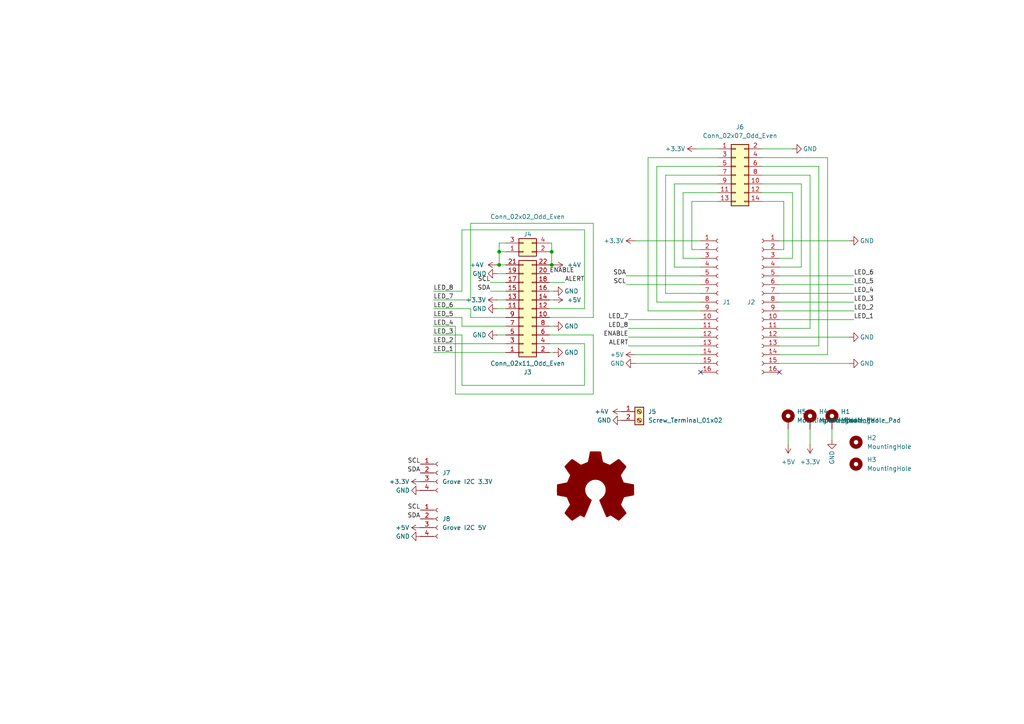
<source format=kicad_sch>
(kicad_sch (version 20231120) (generator "eeschema") (generator_version "8.0")
  (paper "A4")
  (title_block (title "besteLampe! LED Module E Adaptor") (date "2024-07-02") (rev "1.1") (comment 1 "See  https://lenaschimmel.de/besteLampe! for the source and more information") (comment 2 "This source describes Open Hardware and is licensed under the CERN-OHL-S v2.") (comment 3 "Copyright 2024 Lena Schimmel <mail@lenaschimmel.de>"))
  (lib_symbols
    (symbol "Connector:Conn_01x04_Socket" (pin_names (offset 1.016) hide)
      (property "Reference" "J" (at 0 5.08 0))
      (property "Value" "Conn_01x04_Socket" (at 0 -7.62 0))
      (symbol "Conn_01x04_Socket_1_1"
        (arc (start 0 -4.572) (mid -0.5058 -5.08) (end 0 -5.588) (stroke (width 0.1524)))
        (arc (start 0 -2.032) (mid -0.5058 -2.54) (end 0 -3.048) (stroke (width 0.1524)))
        (polyline (pts (xy -1.27 -5.08) (xy -0.508 -5.08)) (stroke (width 0.1524)))
        (polyline (pts (xy -1.27 -2.54) (xy -0.508 -2.54)) (stroke (width 0.1524)))
        (polyline (pts (xy -1.27 0) (xy -0.508 0)) (stroke (width 0.1524)))
        (polyline (pts (xy -1.27 2.54) (xy -0.508 2.54)) (stroke (width 0.1524)))
        (arc (start 0 0.508) (mid -0.5058 0) (end 0 -0.508) (stroke (width 0.1524)))
        (arc (start 0 3.048) (mid -0.5058 2.54) (end 0 2.032) (stroke (width 0.1524)))
        (pin passive line (at -5.08 2.54 0) (length 3.81) (name "Pin_1") (number "1"))
        (pin passive line (at -5.08 0 0) (length 3.81) (name "Pin_2") (number "2"))
        (pin passive line (at -5.08 -2.54 0) (length 3.81) (name "Pin_3") (number "3"))
        (pin passive line (at -5.08 -5.08 0) (length 3.81) (name "Pin_4") (number "4"))
      )
    )
    (symbol "Connector:Conn_01x16_Socket" (pin_names (offset 1.016) hide)
      (property "Reference" "J" (at 0 20.32 0))
      (property "Value" "Conn_01x16_Socket" (at 0 -22.86 0))
      (symbol "Conn_01x16_Socket_1_1"
        (arc (start 0 -19.812) (mid -0.5058 -20.32) (end 0 -20.828) (stroke (width 0.1524)))
        (arc (start 0 -17.272) (mid -0.5058 -17.78) (end 0 -18.288) (stroke (width 0.1524)))
        (arc (start 0 -14.732) (mid -0.5058 -15.24) (end 0 -15.748) (stroke (width 0.1524)))
        (arc (start 0 -12.192) (mid -0.5058 -12.7) (end 0 -13.208) (stroke (width 0.1524)))
        (arc (start 0 -9.652) (mid -0.5058 -10.16) (end 0 -10.668) (stroke (width 0.1524)))
        (arc (start 0 -7.112) (mid -0.5058 -7.62) (end 0 -8.128) (stroke (width 0.1524)))
        (arc (start 0 -4.572) (mid -0.5058 -5.08) (end 0 -5.588) (stroke (width 0.1524)))
        (arc (start 0 -2.032) (mid -0.5058 -2.54) (end 0 -3.048) (stroke (width 0.1524)))
        (polyline (pts (xy -1.27 -20.32) (xy -0.508 -20.32)) (stroke (width 0.1524)))
        (polyline (pts (xy -1.27 -17.78) (xy -0.508 -17.78)) (stroke (width 0.1524)))
        (polyline (pts (xy -1.27 -15.24) (xy -0.508 -15.24)) (stroke (width 0.1524)))
        (polyline (pts (xy -1.27 -12.7) (xy -0.508 -12.7)) (stroke (width 0.1524)))
        (polyline (pts (xy -1.27 -10.16) (xy -0.508 -10.16)) (stroke (width 0.1524)))
        (polyline (pts (xy -1.27 -7.62) (xy -0.508 -7.62)) (stroke (width 0.1524)))
        (polyline (pts (xy -1.27 -5.08) (xy -0.508 -5.08)) (stroke (width 0.1524)))
        (polyline (pts (xy -1.27 -2.54) (xy -0.508 -2.54)) (stroke (width 0.1524)))
        (polyline (pts (xy -1.27 0) (xy -0.508 0)) (stroke (width 0.1524)))
        (polyline (pts (xy -1.27 2.54) (xy -0.508 2.54)) (stroke (width 0.1524)))
        (polyline (pts (xy -1.27 5.08) (xy -0.508 5.08)) (stroke (width 0.1524)))
        (polyline (pts (xy -1.27 7.62) (xy -0.508 7.62)) (stroke (width 0.1524)))
        (polyline (pts (xy -1.27 10.16) (xy -0.508 10.16)) (stroke (width 0.1524)))
        (polyline (pts (xy -1.27 12.7) (xy -0.508 12.7)) (stroke (width 0.1524)))
        (polyline (pts (xy -1.27 15.24) (xy -0.508 15.24)) (stroke (width 0.1524)))
        (polyline (pts (xy -1.27 17.78) (xy -0.508 17.78)) (stroke (width 0.1524)))
        (arc (start 0 0.508) (mid -0.5058 0) (end 0 -0.508) (stroke (width 0.1524)))
        (arc (start 0 3.048) (mid -0.5058 2.54) (end 0 2.032) (stroke (width 0.1524)))
        (arc (start 0 5.588) (mid -0.5058 5.08) (end 0 4.572) (stroke (width 0.1524)))
        (arc (start 0 8.128) (mid -0.5058 7.62) (end 0 7.112) (stroke (width 0.1524)))
        (arc (start 0 10.668) (mid -0.5058 10.16) (end 0 9.652) (stroke (width 0.1524)))
        (arc (start 0 13.208) (mid -0.5058 12.7) (end 0 12.192) (stroke (width 0.1524)))
        (arc (start 0 15.748) (mid -0.5058 15.24) (end 0 14.732) (stroke (width 0.1524)))
        (arc (start 0 18.288) (mid -0.5058 17.78) (end 0 17.272) (stroke (width 0.1524)))
        (pin passive line (at -5.08 17.78 0) (length 3.81) (name "Pin_1") (number "1"))
        (pin passive line (at -5.08 -5.08 0) (length 3.81) (name "Pin_10") (number "10"))
        (pin passive line (at -5.08 -7.62 0) (length 3.81) (name "Pin_11") (number "11"))
        (pin passive line (at -5.08 -10.16 0) (length 3.81) (name "Pin_12") (number "12"))
        (pin passive line (at -5.08 -12.7 0) (length 3.81) (name "Pin_13") (number "13"))
        (pin passive line (at -5.08 -15.24 0) (length 3.81) (name "Pin_14") (number "14"))
        (pin passive line (at -5.08 -17.78 0) (length 3.81) (name "Pin_15") (number "15"))
        (pin passive line (at -5.08 -20.32 0) (length 3.81) (name "Pin_16") (number "16"))
        (pin passive line (at -5.08 15.24 0) (length 3.81) (name "Pin_2") (number "2"))
        (pin passive line (at -5.08 12.7 0) (length 3.81) (name "Pin_3") (number "3"))
        (pin passive line (at -5.08 10.16 0) (length 3.81) (name "Pin_4") (number "4"))
        (pin passive line (at -5.08 7.62 0) (length 3.81) (name "Pin_5") (number "5"))
        (pin passive line (at -5.08 5.08 0) (length 3.81) (name "Pin_6") (number "6"))
        (pin passive line (at -5.08 2.54 0) (length 3.81) (name "Pin_7") (number "7"))
        (pin passive line (at -5.08 0 0) (length 3.81) (name "Pin_8") (number "8"))
        (pin passive line (at -5.08 -2.54 0) (length 3.81) (name "Pin_9") (number "9"))
      )
    )
    (symbol "Connector:Screw_Terminal_01x02" (pin_names (offset 1.016) hide)
      (property "Reference" "J" (at 0 2.54 0))
      (property "Value" "Screw_Terminal_01x02" (at 0 -5.08 0))
      (symbol "Screw_Terminal_01x02_1_1"
        (rectangle (start -1.27 1.27) (end 1.27 -3.81) (stroke (width 0.254)) (fill (type background)))
        (circle (center 0 -2.54) (radius 0.635) (stroke (width 0.1524)))
        (polyline (pts (xy -0.5334 -2.2098) (xy 0.3302 -3.048)) (stroke (width 0.1524)))
        (polyline (pts (xy -0.5334 0.3302) (xy 0.3302 -0.508)) (stroke (width 0.1524)))
        (polyline (pts (xy -0.3556 -2.032) (xy 0.508 -2.8702)) (stroke (width 0.1524)))
        (polyline (pts (xy -0.3556 0.508) (xy 0.508 -0.3302)) (stroke (width 0.1524)))
        (circle (center 0 0) (radius 0.635) (stroke (width 0.1524)))
        (pin passive line (at -5.08 0 0) (length 3.81) (name "Pin_1") (number "1"))
        (pin passive line (at -5.08 -2.54 0) (length 3.81) (name "Pin_2") (number "2"))
      )
    )
    (symbol "Connector_Generic:Conn_02x02_Odd_Even" (pin_names (offset 1.016) hide)
      (property "Reference" "J" (at 1.27 2.54 0))
      (property "Value" "Conn_02x02_Odd_Even" (at 1.27 -5.08 0))
      (symbol "Conn_02x02_Odd_Even_1_1"
        (rectangle (start -1.27 -2.413) (end 0 -2.667) (stroke (width 0.1524)))
        (rectangle (start -1.27 0.127) (end 0 -0.127) (stroke (width 0.1524)))
        (rectangle (start -1.27 1.27) (end 3.81 -3.81) (stroke (width 0.254)) (fill (type background)))
        (rectangle (start 3.81 -2.413) (end 2.54 -2.667) (stroke (width 0.1524)))
        (rectangle (start 3.81 0.127) (end 2.54 -0.127) (stroke (width 0.1524)))
        (pin passive line (at -5.08 0 0) (length 3.81) (name "Pin_1") (number "1"))
        (pin passive line (at 7.62 0 180) (length 3.81) (name "Pin_2") (number "2"))
        (pin passive line (at -5.08 -2.54 0) (length 3.81) (name "Pin_3") (number "3"))
        (pin passive line (at 7.62 -2.54 180) (length 3.81) (name "Pin_4") (number "4"))
      )
    )
    (symbol "Connector_Generic:Conn_02x07_Odd_Even" (pin_names (offset 1.016) hide)
      (property "Reference" "J" (at 1.27 10.16 0))
      (property "Value" "Conn_02x07_Odd_Even" (at 1.27 -10.16 0))
      (symbol "Conn_02x07_Odd_Even_1_1"
        (rectangle (start -1.27 -7.493) (end 0 -7.747) (stroke (width 0.1524)))
        (rectangle (start -1.27 -4.953) (end 0 -5.207) (stroke (width 0.1524)))
        (rectangle (start -1.27 -2.413) (end 0 -2.667) (stroke (width 0.1524)))
        (rectangle (start -1.27 0.127) (end 0 -0.127) (stroke (width 0.1524)))
        (rectangle (start -1.27 2.667) (end 0 2.413) (stroke (width 0.1524)))
        (rectangle (start -1.27 5.207) (end 0 4.953) (stroke (width 0.1524)))
        (rectangle (start -1.27 7.747) (end 0 7.493) (stroke (width 0.1524)))
        (rectangle (start -1.27 8.89) (end 3.81 -8.89) (stroke (width 0.254)) (fill (type background)))
        (rectangle (start 3.81 -7.493) (end 2.54 -7.747) (stroke (width 0.1524)))
        (rectangle (start 3.81 -4.953) (end 2.54 -5.207) (stroke (width 0.1524)))
        (rectangle (start 3.81 -2.413) (end 2.54 -2.667) (stroke (width 0.1524)))
        (rectangle (start 3.81 0.127) (end 2.54 -0.127) (stroke (width 0.1524)))
        (rectangle (start 3.81 2.667) (end 2.54 2.413) (stroke (width 0.1524)))
        (rectangle (start 3.81 5.207) (end 2.54 4.953) (stroke (width 0.1524)))
        (rectangle (start 3.81 7.747) (end 2.54 7.493) (stroke (width 0.1524)))
        (pin passive line (at -5.08 7.62 0) (length 3.81) (name "Pin_1") (number "1"))
        (pin passive line (at 7.62 -2.54 180) (length 3.81) (name "Pin_10") (number "10"))
        (pin passive line (at -5.08 -5.08 0) (length 3.81) (name "Pin_11") (number "11"))
        (pin passive line (at 7.62 -5.08 180) (length 3.81) (name "Pin_12") (number "12"))
        (pin passive line (at -5.08 -7.62 0) (length 3.81) (name "Pin_13") (number "13"))
        (pin passive line (at 7.62 -7.62 180) (length 3.81) (name "Pin_14") (number "14"))
        (pin passive line (at 7.62 7.62 180) (length 3.81) (name "Pin_2") (number "2"))
        (pin passive line (at -5.08 5.08 0) (length 3.81) (name "Pin_3") (number "3"))
        (pin passive line (at 7.62 5.08 180) (length 3.81) (name "Pin_4") (number "4"))
        (pin passive line (at -5.08 2.54 0) (length 3.81) (name "Pin_5") (number "5"))
        (pin passive line (at 7.62 2.54 180) (length 3.81) (name "Pin_6") (number "6"))
        (pin passive line (at -5.08 0 0) (length 3.81) (name "Pin_7") (number "7"))
        (pin passive line (at 7.62 0 180) (length 3.81) (name "Pin_8") (number "8"))
        (pin passive line (at -5.08 -2.54 0) (length 3.81) (name "Pin_9") (number "9"))
      )
    )
    (symbol "Connector_Generic:Conn_02x11_Odd_Even" (pin_names (offset 1.016) hide)
      (property "Reference" "J" (at 1.27 15.24 0))
      (property "Value" "Conn_02x11_Odd_Even" (at 1.27 -15.24 0))
      (symbol "Conn_02x11_Odd_Even_1_1"
        (rectangle (start -1.27 -12.573) (end 0 -12.827) (stroke (width 0.1524)))
        (rectangle (start -1.27 -10.033) (end 0 -10.287) (stroke (width 0.1524)))
        (rectangle (start -1.27 -7.493) (end 0 -7.747) (stroke (width 0.1524)))
        (rectangle (start -1.27 -4.953) (end 0 -5.207) (stroke (width 0.1524)))
        (rectangle (start -1.27 -2.413) (end 0 -2.667) (stroke (width 0.1524)))
        (rectangle (start -1.27 0.127) (end 0 -0.127) (stroke (width 0.1524)))
        (rectangle (start -1.27 2.667) (end 0 2.413) (stroke (width 0.1524)))
        (rectangle (start -1.27 5.207) (end 0 4.953) (stroke (width 0.1524)))
        (rectangle (start -1.27 7.747) (end 0 7.493) (stroke (width 0.1524)))
        (rectangle (start -1.27 10.287) (end 0 10.033) (stroke (width 0.1524)))
        (rectangle (start -1.27 12.827) (end 0 12.573) (stroke (width 0.1524)))
        (rectangle (start -1.27 13.97) (end 3.81 -13.97) (stroke (width 0.254)) (fill (type background)))
        (rectangle (start 3.81 -12.573) (end 2.54 -12.827) (stroke (width 0.1524)))
        (rectangle (start 3.81 -10.033) (end 2.54 -10.287) (stroke (width 0.1524)))
        (rectangle (start 3.81 -7.493) (end 2.54 -7.747) (stroke (width 0.1524)))
        (rectangle (start 3.81 -4.953) (end 2.54 -5.207) (stroke (width 0.1524)))
        (rectangle (start 3.81 -2.413) (end 2.54 -2.667) (stroke (width 0.1524)))
        (rectangle (start 3.81 0.127) (end 2.54 -0.127) (stroke (width 0.1524)))
        (rectangle (start 3.81 2.667) (end 2.54 2.413) (stroke (width 0.1524)))
        (rectangle (start 3.81 5.207) (end 2.54 4.953) (stroke (width 0.1524)))
        (rectangle (start 3.81 7.747) (end 2.54 7.493) (stroke (width 0.1524)))
        (rectangle (start 3.81 10.287) (end 2.54 10.033) (stroke (width 0.1524)))
        (rectangle (start 3.81 12.827) (end 2.54 12.573) (stroke (width 0.1524)))
        (pin passive line (at -5.08 12.7 0) (length 3.81) (name "Pin_1") (number "1"))
        (pin passive line (at 7.62 2.54 180) (length 3.81) (name "Pin_10") (number "10"))
        (pin passive line (at -5.08 0 0) (length 3.81) (name "Pin_11") (number "11"))
        (pin passive line (at 7.62 0 180) (length 3.81) (name "Pin_12") (number "12"))
        (pin passive line (at -5.08 -2.54 0) (length 3.81) (name "Pin_13") (number "13"))
        (pin passive line (at 7.62 -2.54 180) (length 3.81) (name "Pin_14") (number "14"))
        (pin passive line (at -5.08 -5.08 0) (length 3.81) (name "Pin_15") (number "15"))
        (pin passive line (at 7.62 -5.08 180) (length 3.81) (name "Pin_16") (number "16"))
        (pin passive line (at -5.08 -7.62 0) (length 3.81) (name "Pin_17") (number "17"))
        (pin passive line (at 7.62 -7.62 180) (length 3.81) (name "Pin_18") (number "18"))
        (pin passive line (at -5.08 -10.16 0) (length 3.81) (name "Pin_19") (number "19"))
        (pin passive line (at 7.62 12.7 180) (length 3.81) (name "Pin_2") (number "2"))
        (pin passive line (at 7.62 -10.16 180) (length 3.81) (name "Pin_20") (number "20"))
        (pin passive line (at -5.08 -12.7 0) (length 3.81) (name "Pin_21") (number "21"))
        (pin passive line (at 7.62 -12.7 180) (length 3.81) (name "Pin_22") (number "22"))
        (pin passive line (at -5.08 10.16 0) (length 3.81) (name "Pin_3") (number "3"))
        (pin passive line (at 7.62 10.16 180) (length 3.81) (name "Pin_4") (number "4"))
        (pin passive line (at -5.08 7.62 0) (length 3.81) (name "Pin_5") (number "5"))
        (pin passive line (at 7.62 7.62 180) (length 3.81) (name "Pin_6") (number "6"))
        (pin passive line (at -5.08 5.08 0) (length 3.81) (name "Pin_7") (number "7"))
        (pin passive line (at 7.62 5.08 180) (length 3.81) (name "Pin_8") (number "8"))
        (pin passive line (at -5.08 2.54 0) (length 3.81) (name "Pin_9") (number "9"))
      )
    )
    (symbol "Graphic:Logo_Open_Hardware_Large" (in_bom no) (on_board no)
      (symbol "Logo_Open_Hardware_Large_1_1"
        (polyline (pts (xy 6.731 -8.7122) (xy 6.6294 -8.6614) (xy 6.35 -8.4836) (xy 5.9944 -8.255) (xy 5.5372 -7.9502) (xy 5.1054 -7.6454) (xy 4.7498 -7.4168) (xy 4.4958 -7.239) (xy 4.3942 -7.1882) (xy 4.318 -7.2136) (xy 4.1148 -7.3152) (xy 3.81 -7.4676) (xy 3.6322 -7.5692) (xy 3.3528 -7.6708) (xy 3.2258 -7.6962) (xy 3.2004 -7.6708) (xy 3.0988 -7.4676) (xy 2.9464 -7.0866) (xy 2.7178 -6.604) (xy 2.4892 -6.0452) (xy 2.2352 -5.4356) (xy 1.9558 -4.826) (xy 1.7272 -4.2164) (xy 1.4986 -3.683) (xy 1.3208 -3.2512) (xy 1.2192 -2.9464) (xy 1.1684 -2.8194) (xy 1.1938 -2.794) (xy 1.3208 -2.667) (xy 1.5748 -2.4892) (xy 2.0828 -2.0574) (xy 2.6162 -1.397) (xy 2.921 -0.6604) (xy 3.048 0.1524) (xy 2.9464 0.9144) (xy 2.6416 1.6256) (xy 2.1336 2.286) (xy 1.524 2.7686) (xy 0.8128 3.0734) (xy 0 3.175) (xy -0.762 3.0988) (xy -1.4986 2.794) (xy -2.159 2.286) (xy -2.4384 1.9812) (xy -2.8194 1.3208) (xy -3.048 0.6096) (xy -3.0734 0.4318) (xy -3.0226 -0.3556) (xy -2.794 -1.0922) (xy -2.3876 -1.7526) (xy -1.8288 -2.3114) (xy -1.7526 -2.3622) (xy -1.4732 -2.5654) (xy -1.2954 -2.6924) (xy -1.1684 -2.8194) (xy -2.159 -5.207) (xy -2.3114 -5.588) (xy -2.5908 -6.2484) (xy -2.8194 -6.8072) (xy -3.0226 -7.2644) (xy -3.1496 -7.5692) (xy -3.2258 -7.6708) (xy -3.2258 -7.6962) (xy -3.302 -7.6962) (xy -3.4798 -7.6454) (xy -3.8354 -7.4676) (xy -4.0386 -7.366) (xy -4.2926 -7.239) (xy -4.4196 -7.1882) (xy -4.5212 -7.239) (xy -4.7498 -7.3914) (xy -5.1054 -7.6454) (xy -5.5372 -7.9248) (xy -5.9436 -8.2042) (xy -6.3246 -8.4582) (xy -6.604 -8.636) (xy -6.731 -8.7122) (xy -6.7564 -8.7122) (xy -6.858 -8.636) (xy -7.0866 -8.4582) (xy -7.4168 -8.1534) (xy -7.874 -7.6962) (xy -7.9502 -7.62) (xy -8.3312 -7.239) (xy -8.636 -6.9088) (xy -8.8392 -6.6802) (xy -8.9154 -6.5786) (xy -8.9154 -6.5786) (xy -8.8392 -6.4516) (xy -8.6614 -6.1722) (xy -8.4328 -5.7912) (xy -8.128 -5.3594) (xy -7.3152 -4.191) (xy -7.7724 -3.0988) (xy -7.8994 -2.7686) (xy -8.0772 -2.3622) (xy -8.2042 -2.0828) (xy -8.255 -1.9558) (xy -8.382 -1.905) (xy -8.6614 -1.8542) (xy -9.0932 -1.7526) (xy -9.6266 -1.651) (xy -10.1092 -1.5748) (xy -10.541 -1.4732) (xy -10.8712 -1.4224) (xy -11.0236 -1.397) (xy -11.049 -1.3716) (xy -11.0744 -1.2954) (xy -11.0998 -1.143) (xy -11.0998 -0.889) (xy -11.1252 -0.4572) (xy -11.1252 0.1524) (xy -11.1252 0.2286) (xy -11.0998 0.8128) (xy -11.0998 1.27) (xy -11.0744 1.5494) (xy -11.0744 1.6764) (xy -11.0744 1.6764) (xy -10.922 1.7018) (xy -10.6172 1.778) (xy -10.16 1.8542) (xy -9.652 1.9558) (xy -9.6012 1.9812) (xy -9.0932 2.0828) (xy -8.636 2.159) (xy -8.3312 2.2352) (xy -8.2042 2.286) (xy -8.1788 2.3114) (xy -8.0772 2.5146) (xy -7.9248 2.8448) (xy -7.747 3.2512) (xy -7.5692 3.6576) (xy -7.4168 4.0386) (xy -7.3152 4.318) (xy -7.2898 4.445) (xy -7.2898 4.445) (xy -7.366 4.572) (xy -7.5438 4.826) (xy -7.7978 5.207) (xy -8.128 5.6642) (xy -8.128 5.6896) (xy -8.4328 6.1468) (xy -8.6868 6.5278) (xy -8.8392 6.7818) (xy -8.9154 6.9088) (xy -8.9154 6.9088) (xy -8.8138 7.0358) (xy -8.5852 7.2898) (xy -8.255 7.6454) (xy -7.874 8.0264) (xy -7.747 8.1534) (xy -7.3152 8.5852) (xy -7.0104 8.8646) (xy -6.8326 8.9916) (xy -6.731 9.0424) (xy -6.731 9.0424) (xy -6.604 8.9408) (xy -6.3246 8.763) (xy -5.9436 8.509) (xy -5.4864 8.2042) (xy -5.461 8.1788) (xy -5.0038 7.874) (xy -4.6482 7.62) (xy -4.3688 7.4422) (xy -4.2672 7.3914) (xy -4.2418 7.3914) (xy -4.064 7.4422) (xy -3.7338 7.5438) (xy -3.3528 7.6962) (xy -2.9464 7.874) (xy -2.5654 8.0264) (xy -2.286 8.1534) (xy -2.159 8.2296) (xy -2.159 8.2296) (xy -2.1082 8.382) (xy -2.032 8.7122) (xy -1.9304 9.1694) (xy -1.8288 9.7282) (xy -1.8034 9.8044) (xy -1.7018 10.3378) (xy -1.6256 10.7696) (xy -1.5748 11.0744) (xy -1.524 11.2014) (xy -1.4478 11.2268) (xy -1.1938 11.2522) (xy -0.8128 11.2522) (xy -0.3302 11.2522) (xy 0.1524 11.2522) (xy 0.6604 11.2522) (xy 1.0668 11.2268) (xy 1.3716 11.2014) (xy 1.4986 11.176) (xy 1.4986 11.176) (xy 1.5494 11.0236) (xy 1.6256 10.6934) (xy 1.7018 10.2108) (xy 1.8288 9.6774) (xy 1.8288 9.5758) (xy 1.9304 9.0424) (xy 2.032 8.6106) (xy 2.0828 8.3058) (xy 2.1336 8.2042) (xy 2.159 8.1788) (xy 2.3876 8.0772) (xy 2.7432 7.9248) (xy 3.175 7.747) (xy 4.191 7.3406) (xy 5.461 8.2042) (xy 5.5626 8.2804) (xy 6.0198 8.5852) (xy 6.3754 8.8392) (xy 6.6294 8.9916) (xy 6.7564 9.0424) (xy 6.7564 9.0424) (xy 6.8834 8.9408) (xy 7.1374 8.7122) (xy 7.4676 8.382) (xy 7.8486 7.9756) (xy 8.1534 7.6962) (xy 8.4836 7.3406) (xy 8.7122 7.112) (xy 8.8392 6.9596) (xy 8.8646 6.858) (xy 8.8646 6.8072) (xy 8.7884 6.6802) (xy 8.6106 6.4008) (xy 8.3312 6.0198) (xy 8.0264 5.588) (xy 7.7978 5.207) (xy 7.5184 4.8006) (xy 7.3406 4.4958) (xy 7.2898 4.3434) (xy 7.2898 4.2926) (xy 7.3914 4.0386) (xy 7.5184 3.683) (xy 7.7216 3.2258) (xy 8.1534 2.2352) (xy 8.7884 2.1082) (xy 9.1948 2.0574) (xy 9.7536 1.9304) (xy 10.2616 1.8288) (xy 11.0998 1.6764) (xy 11.1252 -1.3208) (xy 10.9982 -1.3716) (xy 10.8712 -1.397) (xy 10.5664 -1.4732) (xy 10.1346 -1.5494) (xy 9.6266 -1.651) (xy 9.1948 -1.7272) (xy 8.7376 -1.8288) (xy 8.4328 -1.8796) (xy 8.2804 -1.905) (xy 8.255 -1.9558) (xy 8.1534 -2.159) (xy 7.9756 -2.5146) (xy 7.8232 -2.921) (xy 7.6454 -3.3274) (xy 7.493 -3.7338) (xy 7.366 -4.0132) (xy 7.3406 -4.191) (xy 7.3914 -4.2926) (xy 7.5692 -4.5466) (xy 7.7978 -4.9276) (xy 8.1026 -5.3594) (xy 8.4074 -5.7912) (xy 8.6614 -6.1722) (xy 8.8138 -6.4262) (xy 8.89 -6.5532) (xy 8.8646 -6.6548) (xy 8.6868 -6.858) (xy 8.3566 -7.1882) (xy 7.874 -7.6708) (xy 7.7978 -7.747) (xy 7.3914 -8.128) (xy 7.0612 -8.4328) (xy 6.8326 -8.636) (xy 6.731 -8.7122)) (fill (type outline)))
      )
    )
    (symbol "Mechanical:MountingHole" (pin_names (offset 1.016)) (exclude_from_sim yes) (in_bom no)
      (property "Reference" "H" (at 0 5.08 0))
      (property "Value" "MountingHole" (at 0 3.175 0))
      (symbol "MountingHole_0_1"
        (circle (center 0 0) (radius 1.27) (stroke (width 1.27)))
      )
    )
    (symbol "Mechanical:MountingHole_Pad" (pin_numbers hide) (pin_names (offset 1.016) hide) (exclude_from_sim yes) (in_bom no)
      (property "Reference" "H" (at 0 6.35 0))
      (property "Value" "MountingHole_Pad" (at 0 4.445 0))
      (symbol "MountingHole_Pad_0_1"
        (circle (center 0 1.27) (radius 1.27) (stroke (width 1.27)))
      )
      (symbol "MountingHole_Pad_1_1"
        (pin input line (at 0 -2.54 90) (length 2.54) (name "1") (number "1"))
      )
    )
    (symbol "power:+3.3V" (power) (pin_numbers hide) (pin_names (offset 0) hide)
      (property "Value" "+3.3V" (at 0 3.556 0))
      (symbol "+3.3V_0_1"
        (polyline (pts (xy -0.762 1.27) (xy 0 2.54)))
        (polyline (pts (xy 0 0) (xy 0 2.54)))
        (polyline (pts (xy 0 2.54) (xy 0.762 1.27)))
      )
      (symbol "+3.3V_1_1"
        (pin power_in line (at 0 0 90) (length 0) (name "~") (number "1"))
      )
    )
    (symbol "power:+4V" (power) (pin_numbers hide) (pin_names (offset 0) hide)
      (property "Value" "+4V" (at 0 3.556 0))
      (symbol "+4V_0_1"
        (polyline (pts (xy -0.762 1.27) (xy 0 2.54)))
        (polyline (pts (xy 0 0) (xy 0 2.54)))
        (polyline (pts (xy 0 2.54) (xy 0.762 1.27)))
      )
      (symbol "+4V_1_1"
        (pin power_in line (at 0 0 90) (length 0) (name "~") (number "1"))
      )
    )
    (symbol "power:+5V" (power) (pin_numbers hide) (pin_names (offset 0) hide)
      (property "Value" "+5V" (at 0 3.556 0))
      (symbol "+5V_0_1"
        (polyline (pts (xy -0.762 1.27) (xy 0 2.54)))
        (polyline (pts (xy 0 0) (xy 0 2.54)))
        (polyline (pts (xy 0 2.54) (xy 0.762 1.27)))
      )
      (symbol "+5V_1_1"
        (pin power_in line (at 0 0 90) (length 0) (name "~") (number "1"))
      )
    )
    (symbol "power:GND" (power) (pin_numbers hide) (pin_names (offset 0) hide)
      (property "Value" "GND" (at 0 -3.81 0))
      (symbol "GND_0_1"
        (polyline (pts (xy 0 0) (xy 0 -1.27) (xy 1.27 -1.27) (xy 0 -2.54) (xy -1.27 -1.27) (xy 0 -1.27)))
      )
      (symbol "GND_1_1"
        (pin power_in line (at 0 0 270) (length 0) (name "~") (number "1"))
      )
    )
  )
  (junction (at 144.78 76.835))
  (junction (at 144.78 73.025))
  (junction (at 160.02 73.025))
  (junction (at 160.02 76.835))
  (no_connect (at 226.06 107.95))
  (no_connect (at 203.2 107.95))
  (wire (pts (xy 169.545 111.76) (xy 169.545 99.695)))
  (wire (pts (xy 142.24 84.455) (xy 146.685 84.455)))
  (wire (pts (xy 159.385 70.485) (xy 160.02 70.485)))
  (wire (pts (xy 172.085 114.3) (xy 172.085 97.155)))
  (wire (pts (xy 125.73 86.995) (xy 136.525 86.995)))
  (wire (pts (xy 226.06 82.55) (xy 247.65 82.55)))
  (wire (pts (xy 226.06 85.09) (xy 247.65 85.09)))
  (wire (pts (xy 125.73 89.535) (xy 136.525 89.535)))
  (wire (pts (xy 184.15 102.87) (xy 203.2 102.87)))
  (wire (pts (xy 132.08 114.3) (xy 172.085 114.3)))
  (wire (pts (xy 144.145 76.835) (xy 144.78 76.835)))
  (wire (pts (xy 182.245 95.25) (xy 203.2 95.25)))
  (wire (pts (xy 133.985 94.615) (xy 146.685 94.615)))
  (wire (pts (xy 200.66 58.42) (xy 208.28 58.42)))
  (wire (pts (xy 136.525 64.77) (xy 136.525 86.995)))
  (wire (pts (xy 195.58 53.34) (xy 208.28 53.34)))
  (wire (pts (xy 159.385 73.025) (xy 160.02 73.025)))
  (wire (pts (xy 159.385 94.615) (xy 160.655 94.615)))
  (wire (pts (xy 190.5 48.26) (xy 208.28 48.26)))
  (wire (pts (xy 169.545 99.695) (xy 159.385 99.695)))
  (wire (pts (xy 226.06 87.63) (xy 247.65 87.63)))
  (wire (pts (xy 160.02 70.485) (xy 160.02 73.025)))
  (wire (pts (xy 136.525 92.075) (xy 136.525 89.535)))
  (wire (pts (xy 226.06 69.85) (xy 246.38 69.85)))
  (wire (pts (xy 240.03 102.87) (xy 240.03 45.72)))
  (wire (pts (xy 237.49 100.33) (xy 237.49 48.26)))
  (wire (pts (xy 226.06 77.47) (xy 232.41 77.47)))
  (wire (pts (xy 182.245 92.71) (xy 203.2 92.71)))
  (wire (pts (xy 125.73 97.155) (xy 133.985 97.155)))
  (wire (pts (xy 226.06 80.01) (xy 247.65 80.01)))
  (wire (pts (xy 182.245 100.33) (xy 203.2 100.33)))
  (wire (pts (xy 184.15 105.41) (xy 203.2 105.41)))
  (wire (pts (xy 182.245 97.79) (xy 203.2 97.79)))
  (wire (pts (xy 125.73 99.695) (xy 146.685 99.695)))
  (wire (pts (xy 198.12 74.93) (xy 198.12 55.88)))
  (wire (pts (xy 125.73 84.455) (xy 133.985 84.455)))
  (wire (pts (xy 226.06 74.93) (xy 229.87 74.93)))
  (wire (pts (xy 187.96 90.17) (xy 187.96 45.72)))
  (wire (pts (xy 160.02 73.025) (xy 160.02 76.835)))
  (wire (pts (xy 193.04 50.8) (xy 208.28 50.8)))
  (wire (pts (xy 226.06 95.25) (xy 234.95 95.25)))
  (wire (pts (xy 200.66 72.39) (xy 200.66 58.42)))
  (wire (pts (xy 237.49 48.26) (xy 220.98 48.26)))
  (wire (pts (xy 203.2 85.09) (xy 193.04 85.09)))
  (wire (pts (xy 146.685 70.485) (xy 144.78 70.485)))
  (wire (pts (xy 133.985 92.075) (xy 133.985 94.615)))
  (wire (pts (xy 125.73 102.235) (xy 146.685 102.235)))
  (wire (pts (xy 228.6 124.46) (xy 228.6 128.905)))
  (wire (pts (xy 159.385 86.995) (xy 160.655 86.995)))
  (wire (pts (xy 201.93 43.18) (xy 208.28 43.18)))
  (wire (pts (xy 169.545 89.535) (xy 159.385 89.535)))
  (wire (pts (xy 203.2 90.17) (xy 187.96 90.17)))
  (wire (pts (xy 144.78 73.025) (xy 146.685 73.025)))
  (wire (pts (xy 226.06 72.39) (xy 227.33 72.39)))
  (wire (pts (xy 133.985 66.675) (xy 169.545 66.675)))
  (wire (pts (xy 226.06 100.33) (xy 237.49 100.33)))
  (wire (pts (xy 159.385 92.075) (xy 172.085 92.075)))
  (wire (pts (xy 136.525 92.075) (xy 146.685 92.075)))
  (wire (pts (xy 184.15 69.85) (xy 203.2 69.85)))
  (wire (pts (xy 203.2 74.93) (xy 198.12 74.93)))
  (wire (pts (xy 227.33 72.39) (xy 227.33 58.42)))
  (wire (pts (xy 144.78 76.835) (xy 146.685 76.835)))
  (wire (pts (xy 159.385 84.455) (xy 160.655 84.455)))
  (wire (pts (xy 240.03 45.72) (xy 220.98 45.72)))
  (wire (pts (xy 203.2 77.47) (xy 195.58 77.47)))
  (wire (pts (xy 226.06 90.17) (xy 247.65 90.17)))
  (wire (pts (xy 229.87 55.88) (xy 220.98 55.88)))
  (wire (pts (xy 159.385 81.915) (xy 163.83 81.915)))
  (wire (pts (xy 132.08 94.615) (xy 132.08 114.3)))
  (wire (pts (xy 133.985 84.455) (xy 133.985 66.675)))
  (wire (pts (xy 144.145 86.995) (xy 146.685 86.995)))
  (wire (pts (xy 133.985 111.76) (xy 169.545 111.76)))
  (wire (pts (xy 144.78 73.025) (xy 144.78 76.835)))
  (wire (pts (xy 234.95 50.8) (xy 220.98 50.8)))
  (wire (pts (xy 172.085 64.77) (xy 136.525 64.77)))
  (wire (pts (xy 198.12 55.88) (xy 208.28 55.88)))
  (wire (pts (xy 159.385 76.835) (xy 160.02 76.835)))
  (wire (pts (xy 133.985 97.155) (xy 133.985 111.76)))
  (wire (pts (xy 159.385 102.235) (xy 160.655 102.235)))
  (wire (pts (xy 220.98 43.18) (xy 229.87 43.18)))
  (wire (pts (xy 125.73 92.075) (xy 133.985 92.075)))
  (wire (pts (xy 142.24 81.915) (xy 146.685 81.915)))
  (wire (pts (xy 234.95 95.25) (xy 234.95 50.8)))
  (wire (pts (xy 229.87 74.93) (xy 229.87 55.88)))
  (wire (pts (xy 181.61 80.01) (xy 203.2 80.01)))
  (wire (pts (xy 125.73 94.615) (xy 132.08 94.615)))
  (wire (pts (xy 144.145 89.535) (xy 146.685 89.535)))
  (wire (pts (xy 232.41 53.34) (xy 220.98 53.34)))
  (wire (pts (xy 159.385 97.155) (xy 172.085 97.155)))
  (wire (pts (xy 234.95 124.46) (xy 234.95 128.905)))
  (wire (pts (xy 241.3 124.46) (xy 241.3 127.635)))
  (wire (pts (xy 144.145 79.375) (xy 146.685 79.375)))
  (wire (pts (xy 226.06 92.71) (xy 247.65 92.71)))
  (wire (pts (xy 227.33 58.42) (xy 220.98 58.42)))
  (wire (pts (xy 193.04 85.09) (xy 193.04 50.8)))
  (wire (pts (xy 144.145 97.155) (xy 146.685 97.155)))
  (wire (pts (xy 187.96 45.72) (xy 208.28 45.72)))
  (wire (pts (xy 172.085 92.075) (xy 172.085 64.77)))
  (wire (pts (xy 203.2 72.39) (xy 200.66 72.39)))
  (wire (pts (xy 195.58 77.47) (xy 195.58 53.34)))
  (wire (pts (xy 226.06 97.79) (xy 246.38 97.79)))
  (wire (pts (xy 226.06 102.87) (xy 240.03 102.87)))
  (wire (pts (xy 190.5 87.63) (xy 190.5 48.26)))
  (wire (pts (xy 144.78 70.485) (xy 144.78 73.025)))
  (wire (pts (xy 203.2 87.63) (xy 190.5 87.63)))
  (wire (pts (xy 160.02 76.835) (xy 160.655 76.835)))
  (wire (pts (xy 232.41 77.47) (xy 232.41 53.34)))
  (wire (pts (xy 226.06 105.41) (xy 246.38 105.41)))
  (wire (pts (xy 169.545 89.535) (xy 169.545 66.675)))
  (wire (pts (xy 181.61 82.55) (xy 203.2 82.55)))
  (label "LED_5" (at 247.65 82.55 0))
  (label "SDA" (at 181.61 80.01 180))
  (label "LED_4" (at 125.73 94.615 0))
  (label "LED_6" (at 125.73 89.535 0))
  (label "LED_8" (at 182.245 95.25 180))
  (label "LED_5" (at 125.73 92.075 0))
  (label "LED_6" (at 247.65 80.01 0))
  (label "LED_8" (at 125.73 84.455 0))
  (label "LED_3" (at 247.65 87.63 0))
  (label "SCL" (at 121.92 134.62 180))
  (label "LED_4" (at 247.65 85.09 0))
  (label "SCL" (at 181.61 82.55 180))
  (label "LED_2" (at 247.65 90.17 0))
  (label "ENABLE" (at 159.385 79.375 0))
  (label "LED_1" (at 125.73 102.235 0))
  (label "SDA" (at 142.24 84.455 180))
  (label "ALERT" (at 163.83 81.915 0))
  (label "SDA" (at 121.92 150.495 180))
  (label "LED_7" (at 125.73 86.995 0))
  (label "LED_7" (at 182.245 92.71 180))
  (label "SDA" (at 121.92 137.16 180))
  (label "LED_3" (at 125.73 97.155 0))
  (label "LED_1" (at 247.65 92.71 0))
  (label "ALERT" (at 182.245 100.33 180))
  (label "SCL" (at 142.24 81.915 180))
  (label "ENABLE" (at 182.245 97.79 180))
  (label "SCL" (at 121.92 147.955 180))
  (label "LED_2" (at 125.73 99.695 0))
  (symbol (lib_id "power:GND") (at 246.38 69.85 90) (mirror x) (unit 1)
    (property "Reference" "#PWR014" (effects (hide yes)))
    (property "Value" "GND" (at 251.46 69.85 90))
    (property "Description" "Power symbol creates a global label with name \"GND\" , ground" (effects (hide yes)))
  )
  (symbol (lib_id "power:GND") (at 121.92 155.575 270) (unit 1)
    (property "Reference" "#PWR027" (effects (hide yes)))
    (property "Value" "GND" (at 116.84 155.575 90))
    (property "Description" "Power symbol creates a global label with name \"GND\" , ground" (effects (hide yes)))
  )
  (symbol (lib_id "power:GND") (at 241.3 127.635 0) (mirror y) (unit 1)
    (property "Reference" "#PWR021" (effects (hide yes)))
    (property "Value" "GND" (at 241.3 132.715 90))
    (property "Description" "Power symbol creates a global label with name \"GND\" , ground" (effects (hide yes)))
  )
  (symbol (lib_id "Mechanical:MountingHole_Pad") (at 234.95 121.92 0) (unit 1) (exclude_from_sim yes) (in_bom no)
    (property "Reference" "H4" (at 237.49 119.3799 0) (effects (justify left)))
    (property "Value" "MountingHole_Pad" (at 237.49 121.9199 0) (effects (justify left)))
    (property "Footprint" "TestPoint:TestPoint_THTPad_D2.5mm_Drill1.2mm" (effects (hide yes)))
    (property "Description" "Mounting Hole with connection" (effects (hide yes)))
  )
  (symbol (lib_id "Connector_Generic:Conn_02x02_Odd_Even") (at 151.765 73.025 0) (mirror x) (unit 1)
    (property "Reference" "J4" (at 153.035 67.945 0))
    (property "Value" "Conn_02x02_Odd_Even" (at 153.035 62.865 0))
    (property "Footprint" "Connector_PinHeader_2.54mm:PinHeader_2x02_P2.54mm_Vertical" (effects (hide yes)))
    (property "Description" "Generic connector, double row, 02x02, odd/even pin numbering scheme (row 1 odd numbers, row 2 even numbers), script generated (kicad-library-utils/schlib/autogen/connector/)" (effects (hide yes)))
  )
  (symbol (lib_id "power:+3.3V") (at 184.15 69.85 90) (unit 1)
    (property "Reference" "#PWR012" (effects (hide yes)))
    (property "Value" "+3.3V" (at 180.975 69.8499 90) (effects (justify left)))
    (property "Description" "Power symbol creates a global label with name \"+3.3V\"" (effects (hide yes)))
  )
  (symbol (lib_id "Connector:Conn_01x16_Socket") (at 220.98 87.63 0) (mirror y) (unit 1)
    (property "Reference" "J2" (at 219.075 87.6299 0) (effects (justify left)))
    (property "Value" "Conn_01x16_Socket" (effects (hide yes)))
    (property "Footprint" "Connector_PinSocket_2.54mm:PinSocket_1x16_P2.54mm_Vertical" (effects (hide yes)))
    (property "Description" "Generic connector, single row, 01x16, script generated" (effects (hide yes)))
  )
  (symbol (lib_id "power:GND") (at 160.655 94.615 90) (unit 1)
    (property "Reference" "#PWR07" (effects (hide yes)))
    (property "Value" "GND" (at 165.735 94.615 90))
    (property "Description" "Power symbol creates a global label with name \"GND\" , ground" (effects (hide yes)))
  )
  (symbol (lib_id "power:GND") (at 180.34 121.92 270) (mirror x) (unit 1)
    (property "Reference" "#PWR017" (effects (hide yes)))
    (property "Value" "GND" (at 175.26 121.92 90))
    (property "Description" "Power symbol creates a global label with name \"GND\" , ground" (effects (hide yes)))
  )
  (symbol (lib_id "power:GND") (at 184.15 105.41 270) (mirror x) (unit 1)
    (property "Reference" "#PWR013" (effects (hide yes)))
    (property "Value" "GND" (at 179.07 105.41 90))
    (property "Description" "Power symbol creates a global label with name \"GND\" , ground" (effects (hide yes)))
  )
  (symbol (lib_id "Connector_Generic:Conn_02x07_Odd_Even") (at 213.36 50.8 0) (unit 1)
    (property "Reference" "J6" (at 214.63 36.83 0))
    (property "Value" "Conn_02x07_Odd_Even" (at 214.63 39.37 0))
    (property "Footprint" "Connector_PinHeader_2.54mm:PinHeader_2x07_P2.54mm_Vertical" (effects (hide yes)))
    (property "Description" "Generic connector, double row, 02x07, odd/even pin numbering scheme (row 1 odd numbers, row 2 even numbers), script generated (kicad-library-utils/schlib/autogen/connector/)" (effects (hide yes)))
  )
  (symbol (lib_id "Mechanical:MountingHole") (at 248.285 128.27 0) (unit 1) (exclude_from_sim yes) (in_bom no)
    (property "Reference" "H2" (at 251.46 126.9999 0) (effects (justify left)))
    (property "Value" "MountingHole" (at 251.46 129.5399 0) (effects (justify left)))
    (property "Footprint" "MountingHole:MountingHole_3.2mm_M3" (effects (hide yes)))
    (property "Description" "Mounting Hole without connection" (effects (hide yes)))
  )
  (symbol (lib_id "power:+5V") (at 121.92 153.035 90) (unit 1)
    (property "Reference" "#PWR026" (effects (hide yes)))
    (property "Value" "+5V" (at 118.745 153.0349 90) (effects (justify left)))
    (property "Description" "Power symbol creates a global label with name \"+5V\"" (effects (hide yes)))
  )
  (symbol (lib_id "power:GND") (at 144.145 89.535 270) (unit 1)
    (property "Reference" "#PWR02" (effects (hide yes)))
    (property "Value" "GND" (at 139.065 89.535 90))
    (property "Description" "Power symbol creates a global label with name \"GND\" , ground" (effects (hide yes)))
  )
  (symbol (lib_id "Connector_Generic:Conn_02x11_Odd_Even") (at 151.765 89.535 0) (mirror x) (unit 1)
    (property "Reference" "J3" (at 153.035 107.95 0))
    (property "Value" "Conn_02x11_Odd_Even" (at 153.035 105.41 0))
    (property "Footprint" "Connector_PinHeader_2.54mm:PinHeader_2x11_P2.54mm_Vertical" (effects (hide yes)))
    (property "Description" "Generic connector, double row, 02x11, odd/even pin numbering scheme (row 1 odd numbers, row 2 even numbers), script generated (kicad-library-utils/schlib/autogen/connector/)" (effects (hide yes)))
    (property "In Stock" "0" (effects (hide yes)))
    (property "Ordered Now" "5" (effects (hide yes)))
    (property "Ordered Previously" "0" (effects (hide yes)))
  )
  (symbol (lib_id "Mechanical:MountingHole_Pad") (at 241.3 121.92 0) (unit 1) (exclude_from_sim yes) (in_bom no)
    (property "Reference" "H1" (at 243.84 119.3799 0) (effects (justify left)))
    (property "Value" "MountingHole_Pad" (at 243.84 121.9199 0) (effects (justify left)))
    (property "Footprint" "TestPoint:TestPoint_THTPad_D2.5mm_Drill1.2mm" (effects (hide yes)))
    (property "Description" "Mounting Hole with connection" (effects (hide yes)))
  )
  (symbol (lib_id "power:GND") (at 246.38 105.41 90) (mirror x) (unit 1)
    (property "Reference" "#PWR015" (effects (hide yes)))
    (property "Value" "GND" (at 251.46 105.41 90))
    (property "Description" "Power symbol creates a global label with name \"GND\" , ground" (effects (hide yes)))
  )
  (symbol (lib_id "power:+5V") (at 160.655 86.995 270) (mirror x) (unit 1)
    (property "Reference" "#PWR08" (effects (hide yes)))
    (property "Value" "+5V" (at 164.465 86.9951 90) (effects (justify left)))
    (property "Description" "Power symbol creates a global label with name \"+5V\"" (effects (hide yes)))
  )
  (symbol (lib_id "power:+4V") (at 160.655 76.835 270) (mirror x) (unit 1)
    (property "Reference" "#PWR010" (effects (hide yes)))
    (property "Value" "+4V" (at 164.465 76.8351 90) (effects (justify left)))
    (property "Description" "Power symbol creates a global label with name \"+4V\"" (effects (hide yes)))
  )
  (symbol (lib_id "power:GND") (at 160.655 102.235 90) (unit 1)
    (property "Reference" "#PWR06" (effects (hide yes)))
    (property "Value" "GND" (at 165.735 102.235 90))
    (property "Description" "Power symbol creates a global label with name \"GND\" , ground" (effects (hide yes)))
  )
  (symbol (lib_id "Graphic:Logo_Open_Hardware_Large") (at 172.72 142.24 0) (unit 1) (exclude_from_sim yes) (in_bom no)
    (property "Reference" "#SYM1" (effects (hide yes)))
    (property "Value" "Logo_Open_Hardware_Large" (effects (hide yes)))
    (property "Footprint" "Symbol:OSHW-Logo_5.7x6mm_Copper" (effects (hide yes)))
    (property "Description" "Open Hardware logo, large" (effects (hide yes)))
  )
  (symbol (lib_id "power:GND") (at 144.145 97.155 270) (unit 1)
    (property "Reference" "#PWR01" (effects (hide yes)))
    (property "Value" "GND" (at 139.065 97.155 90))
    (property "Description" "Power symbol creates a global label with name \"GND\" , ground" (effects (hide yes)))
  )
  (symbol (lib_id "Mechanical:MountingHole") (at 248.285 134.62 0) (unit 1) (exclude_from_sim yes) (in_bom no)
    (property "Reference" "H3" (at 251.46 133.3499 0) (effects (justify left)))
    (property "Value" "MountingHole" (at 251.46 135.8899 0) (effects (justify left)))
    (property "Footprint" "MountingHole:MountingHole_3.2mm_M3" (effects (hide yes)))
    (property "Description" "Mounting Hole without connection" (effects (hide yes)))
  )
  (symbol (lib_id "power:+5V") (at 184.15 102.87 90) (unit 1)
    (property "Reference" "#PWR011" (effects (hide yes)))
    (property "Value" "+5V" (at 180.975 102.8699 90) (effects (justify left)))
    (property "Description" "Power symbol creates a global label with name \"+5V\"" (effects (hide yes)))
  )
  (symbol (lib_id "power:GND") (at 246.38 97.79 90) (mirror x) (unit 1)
    (property "Reference" "#PWR016" (effects (hide yes)))
    (property "Value" "GND" (at 251.46 97.79 90))
    (property "Description" "Power symbol creates a global label with name \"GND\" , ground" (effects (hide yes)))
  )
  (symbol (lib_id "power:+3.3V") (at 201.93 43.18 90) (unit 1)
    (property "Reference" "#PWR019" (effects (hide yes)))
    (property "Value" "+3.3V" (at 198.755 43.1799 90) (effects (justify left)))
    (property "Description" "Power symbol creates a global label with name \"+3.3V\"" (effects (hide yes)))
  )
  (symbol (lib_id "power:GND") (at 144.145 79.375 270) (unit 1)
    (property "Reference" "#PWR04" (effects (hide yes)))
    (property "Value" "GND" (at 139.065 79.375 90))
    (property "Description" "Power symbol creates a global label with name \"GND\" , ground" (effects (hide yes)))
  )
  (symbol (lib_id "power:+4V") (at 144.145 76.835 90) (mirror x) (unit 1)
    (property "Reference" "#PWR05" (effects (hide yes)))
    (property "Value" "+4V" (at 140.335 76.8351 90) (effects (justify left)))
    (property "Description" "Power symbol creates a global label with name \"+4V\"" (effects (hide yes)))
  )
  (symbol (lib_id "power:GND") (at 121.92 142.24 270) (unit 1)
    (property "Reference" "#PWR025" (effects (hide yes)))
    (property "Value" "GND" (at 116.84 142.24 90))
    (property "Description" "Power symbol creates a global label with name \"GND\" , ground" (effects (hide yes)))
  )
  (symbol (lib_id "Connector:Conn_01x16_Socket") (at 208.28 87.63 0) (unit 1)
    (property "Reference" "J1" (at 209.55 87.63 0) (effects (justify left)))
    (property "Value" "Conn_01x16_Socket" (effects (hide yes)))
    (property "Footprint" "Connector_PinSocket_2.54mm:PinSocket_1x16_P2.54mm_Vertical" (effects (hide yes)))
    (property "Description" "Generic connector, single row, 01x16, script generated" (effects (hide yes)))
  )
  (symbol (lib_id "power:+3.3V") (at 121.92 139.7 90) (mirror x) (unit 1)
    (property "Reference" "#PWR024" (effects (hide yes)))
    (property "Value" "+3.3V" (at 118.745 139.7001 90) (effects (justify left)))
    (property "Description" "Power symbol creates a global label with name \"+3.3V\"" (effects (hide yes)))
  )
  (symbol (lib_id "Mechanical:MountingHole_Pad") (at 228.6 121.92 0) (unit 1) (exclude_from_sim yes) (in_bom no)
    (property "Reference" "H5" (at 231.14 119.3799 0) (effects (justify left)))
    (property "Value" "MountingHole_Pad" (at 231.14 121.9199 0) (effects (justify left)))
    (property "Footprint" "TestPoint:TestPoint_THTPad_D2.5mm_Drill1.2mm" (effects (hide yes)))
    (property "Description" "Mounting Hole with connection" (effects (hide yes)))
  )
  (symbol (lib_id "power:+3.3V") (at 144.145 86.995 90) (mirror x) (unit 1)
    (property "Reference" "#PWR03" (effects (hide yes)))
    (property "Value" "+3.3V" (at 140.97 86.9951 90) (effects (justify left)))
    (property "Description" "Power symbol creates a global label with name \"+3.3V\"" (effects (hide yes)))
  )
  (symbol (lib_id "power:+5V") (at 228.6 128.905 180) (unit 1)
    (property "Reference" "#PWR022" (effects (hide yes)))
    (property "Value" "+5V" (at 228.6 133.985 0))
    (property "Description" "Power symbol creates a global label with name \"+5V\"" (effects (hide yes)))
  )
  (symbol (lib_id "power:+3.3V") (at 234.95 128.905 180) (unit 1)
    (property "Reference" "#PWR023" (effects (hide yes)))
    (property "Value" "+3.3V" (at 234.95 133.985 0))
    (property "Description" "Power symbol creates a global label with name \"+3.3V\"" (effects (hide yes)))
  )
  (symbol (lib_id "power:GND") (at 160.655 84.455 90) (unit 1)
    (property "Reference" "#PWR09" (effects (hide yes)))
    (property "Value" "GND" (at 165.735 84.455 90))
    (property "Description" "Power symbol creates a global label with name \"GND\" , ground" (effects (hide yes)))
  )
  (symbol (lib_id "Connector:Screw_Terminal_01x02") (at 185.42 119.38 0) (unit 1)
    (property "Reference" "J5" (at 187.96 119.3799 0) (effects (justify left)))
    (property "Value" "Screw_Terminal_01x02" (at 187.96 121.9199 0) (effects (justify left)))
    (property "Footprint" "TerminalBlock_4Ucon:TerminalBlock_4Ucon_1x02_P3.50mm_Horizontal" (effects (hide yes)))
    (property "Description" "Generic screw terminal, single row, 01x02, script generated (kicad-library-utils/schlib/autogen/connector/)" (effects (hide yes)))
  )
  (symbol (lib_id "power:GND") (at 229.87 43.18 90) (mirror x) (unit 1)
    (property "Reference" "#PWR020" (effects (hide yes)))
    (property "Value" "GND" (at 234.95 43.18 90))
    (property "Description" "Power symbol creates a global label with name \"GND\" , ground" (effects (hide yes)))
  )
  (symbol (lib_id "Connector:Conn_01x04_Socket") (at 127 150.495 0) (unit 1)
    (property "Reference" "J8" (at 128.27 150.4949 0) (effects (justify left)))
    (property "Value" "Grove I2C 5V" (at 128.27 153.0349 0) (effects (justify left)))
    (property "Footprint" "Connector:NS-Tech_Grove_1x04_P2mm_Vertical" (effects (hide yes)))
    (property "Description" "Generic connector, single row, 01x04, script generated" (effects (hide yes)))
  )
  (symbol (lib_id "Connector:Conn_01x04_Socket") (at 127 137.16 0) (unit 1)
    (property "Reference" "J7" (at 128.27 137.1599 0) (effects (justify left)))
    (property "Value" "Grove I2C 3.3V" (at 128.27 139.6999 0) (effects (justify left)))
    (property "Footprint" "Connector:NS-Tech_Grove_1x04_P2mm_Vertical" (effects (hide yes)))
    (property "Description" "Generic connector, single row, 01x04, script generated" (effects (hide yes)))
  )
  (symbol (lib_id "power:+4V") (at 180.34 119.38 90) (unit 1)
    (property "Reference" "#PWR018" (effects (hide yes)))
    (property "Value" "+4V" (at 176.53 119.3799 90) (effects (justify left)))
    (property "Description" "Power symbol creates a global label with name \"+4V\"" (effects (hide yes)))
  )
)
</source>
